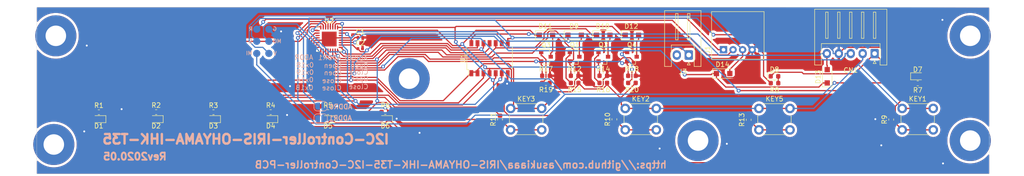
<source format=kicad_pcb>
(kicad_pcb (version 20221018) (generator pcbnew)
  (layers (0 "F.Cu" signal) (31 "B.Cu" signal) (34 "B.Paste" user) (35 "F.Paste" user) (36 "B.SilkS" user "B.Silkscreen") (37 "F.SilkS" user "F.Silkscreen") (38 "B.Mask" user) (39 "F.Mask" user) (44 "Edge.Cuts" user))
  (net 0 "")
  (net 1 "GND")
  (net 2 "Net-(C1-Pad1)")
  (net 3 "/D2")
  (net 4 "/D4")
  (net 5 "/CLK")
  (net 6 "+5V")
  (net 7 "Net-(D1-Pad2)")
  (net 8 "Net-(D2-Pad2)")
  (net 9 "Net-(D3-Pad2)")
  (net 10 "Net-(D4-Pad2)")
  (net 11 "Net-(D5-Pad2)")
  (net 12 "Net-(D6-Pad2)")
  (net 13 "Net-(D7-Pad2)")
  (net 14 "Net-(D8-Pad2)")
  (net 15 "Net-(D9-Pad2)")
  (net 16 "/A0")
  (net 17 "Net-(D10-Pad2)")
  (net 18 "/D10")
  (net 19 "Net-(D11-Pad2)")
  (net 20 "/A1")
  (net 21 "Net-(D12-Pad2)")
  (net 22 "/A2")
  (net 23 "/GROVE_5V")
  (net 24 "/SDA")
  (net 25 "/SCL")
  (net 26 "/D12")
  (net 27 "/D13")
  (net 28 "/D11")
  (net 29 "/RST")
  (net 30 "Net-(KEY1-Pad2)")
  (net 31 "Net-(KEY2-Pad2)")
  (net 32 "Net-(KEY3-Pad2)")
  (net 33 "Net-(KEY5-Pad2)")
  (net 34 "/D8")
  (net 35 "Net-(Q1-Pad1)")
  (net 36 "/D6")
  (net 37 "Net-(Q2-Pad1)")
  (net 38 "/D7")
  (net 39 "Net-(Q3-Pad1)")
  (net 40 "/D5")
  (net 41 "Net-(Q4-Pad1)")
  (net 42 "/A3")
  (net 43 "Net-(U1-Pad9)")
  (net 44 "/A6")
  (net 45 "Net-(U2-Pad13)")
  (net 46 "Net-(U2-Pad8)")
  (net 47 "Net-(U2-Pad7)")
  (net 48 "Net-(U2-Pad6)")
  (net 49 "Net-(U2-Pad3)")
  (net 50 "/Controller_5V")
  (net 51 "Net-(J3-Pad2)")
  (net 52 "/ADDR0")
  (net 53 "/ADDR1")
  (net 54 "Net-(U2-Pad22)")
  (footprint "Connector_JST:JST_XH_S2B-XH-A_1x02_P2.50mm_Horizontal" (layer "F.Cu") (at 158.55 60.025 180)
    (fp_text reference "J3")
    (fp_text value "thermistor")
  )
  (footprint "Capacitor_SMD:C_0402_1005Metric" (layer "F.Cu") (at 89.765 56.35)
    (fp_text reference "C1")
    (fp_text value "0.1uf")
  )
  (footprint "Capacitor_SMD:C_0402_1005Metric" (layer "F.Cu") (at 89.74 58.7)
    (fp_text reference "C2")
    (fp_text value "0.1uf")
  )
  (footprint "Connector_JST:JST_XH_S5B-XH-A_1x05_P2.50mm_Horizontal" (layer "F.Cu") (at 197.475 59.725 180)
    (fp_text reference "CN1")
    (fp_text value "Conn_01x05")
  )
  (footprint "LED_SMD:LED_0603_1608Metric" (layer "F.Cu") (at 35 73.5 180)
    (fp_text reference "D1")
    (fp_text value "Level1")
  )
  (footprint "LED_SMD:LED_0603_1608Metric" (layer "F.Cu") (at 47 73.5 180)
    (fp_text reference "D2")
    (fp_text value "Level2")
  )
  (footprint "LED_SMD:LED_0603_1608Metric" (layer "F.Cu") (at 59 73.5 180)
    (fp_text reference "D3")
    (fp_text value "Level3")
  )
  (footprint "LED_SMD:LED_0603_1608Metric" (layer "F.Cu") (at 71 73.5 180)
    (fp_text reference "D4")
    (fp_text value "Level4")
  )
  (footprint "LED_SMD:LED_0603_1608Metric" (layer "F.Cu") (at 83 73.5 180)
    (fp_text reference "D5")
    (fp_text value "Level5")
  )
  (footprint "LED_SMD:LED_0603_1608Metric" (layer "F.Cu") (at 95 73.5 180)
    (fp_text reference "D6")
    (fp_text value "Level6")
  )
  (footprint "LED_SMD:LED_0603_1608Metric" (layer "F.Cu") (at 206.5 64.5)
    (fp_text reference "D7")
    (fp_text value "NomalState")
  )
  (footprint "LED_SMD:LED_0603_1608Metric" (layer "F.Cu") (at 176.5 64.5)
    (fp_text reference "D8")
    (fp_text value "OilState")
  )
  (footprint "Diode_SMD:D_SOD-123F" (layer "F.Cu") (at 134.648 55.891)
    (fp_text reference "D9")
    (fp_text value "D")
  )
  (footprint "Diode_SMD:D_SOD-123F" (layer "F.Cu") (at 140.648 55.891)
    (fp_text reference "D10")
    (fp_text value "D")
  )
  (footprint "Diode_SMD:D_SOD-123F" (layer "F.Cu") (at 128.648 55.891)
    (fp_text reference "D11")
    (fp_text value "D")
  )
  (footprint "Diode_SMD:D_SOD-123F" (layer "F.Cu") (at 146.648 55.891)
    (fp_text reference "D12")
    (fp_text value "D")
  )
  (footprint "Diode_SMD:D_SOD-123F" (layer "F.Cu") (at 187.55 64.5 90)
    (fp_text reference "D13")
    (fp_text value "D")
  )
  (footprint "Diode_SMD:D_SOD-123F" (layer "F.Cu") (at 165.75 63.925)
    (fp_text reference "D14")
    (fp_text value "D")
  )
  (footprint "my-kicad-footprints:NS-Tech_Grove_1x04_P2mm_Horizontal" (layer "F.Cu") (at 168.825 58.925 90)
    (fp_text reference "J1")
    (fp_text value "Grove")
  )
  (footprint "footprints:SW_PUSH_6mm_center_like_smd" (layer "F.Cu") (at 206.5 73.5)
    (fp_text reference "KEY1")
    (fp_text value "normal_power")
  )
  (footprint "footprints:SW_PUSH_6mm_center_like_smd" (layer "F.Cu") (at 148.5 73.5)
    (fp_text reference "KEY2")
    (fp_text value "power_up")
  )
  (footprint "footprints:SW_PUSH_6mm_center_like_smd" (layer "F.Cu") (at 124.5 73.5)
    (fp_text reference "KEY3")
    (fp_text value "power_down")
  )
  (footprint "footprints:SW_PUSH_6mm_center_like_smd" (layer "F.Cu") (at 176.5 73.5)
    (fp_text reference "KEY5")
    (fp_text value "oil_power")
  )
  (footprint "Package_TO_SOT_SMD:SOT-23" (layer "F.Cu") (at 134.648 60.391)
    (fp_text reference "Q1")
    (fp_text value "Q_NMOS_DGS")
  )
  (footprint "Package_TO_SOT_SMD:SOT-23" (layer "F.Cu") (at 140.648 60.391)
    (fp_text reference "Q2")
    (fp_text value "Q_NMOS_DGS")
  )
  (footprint "Package_TO_SOT_SMD:SOT-23" (layer "F.Cu") (at 128.648 60.391)
    (fp_text reference "Q3")
    (fp_text value "Q_NMOS_DGS")
  )
  (footprint "Package_TO_SOT_SMD:SOT-23" (layer "F.Cu") (at 146.648 60.391)
    (fp_text reference "Q4")
    (fp_text value "Q_NMOS_DGS")
  )
  (footprint "Resistor_SMD:R_0603_1608Metric" (layer "F.Cu") (at 35.0125 72.05)
    (fp_text reference "R1")
    (fp_text value "1k")
  )
  (footprint "Resistor_SMD:R_0603_1608Metric" (layer "F.Cu") (at 47.0125 72.025)
    (fp_text reference "R2")
    (fp_text value "1k")
  )
  (footprint "Resistor_SMD:R_0603_1608Metric" (layer "F.Cu") (at 59.0125 72.05)
    (fp_text reference "R3")
    (fp_text value "1k")
  )
  (footprint "Resistor_SMD:R_0603_1608Metric" (layer "F.Cu") (at 71 72.025)
    (fp_text reference "R4")
    (fp_text value "1k")
  )
  (footprint "Resistor_SMD:R_0603_1608Metric" (layer "F.Cu") (at 83.0125 72.025)
    (fp_text reference "R5")
    (fp_text value "1k")
  )
  (footprint "Resistor_SMD:R_0603_1608Metric" (layer "F.Cu") (at 95 72)
    (fp_text reference "R6")
    (fp_text value "1k")
  )
  (footprint "Resistor_SMD:R_0603_1608Metric" (layer "F.Cu") (at 206.512 65.975 180)
    (fp_text reference "R7")
    (fp_text value "1k")
  )
  (footprint "Resistor_SMD:R_0603_1608Metric" (layer "F.Cu") (at 176.512 65.95 180)
    (fp_text reference "R8")
    (fp_text value "1k")
  )
  (footprint "Resistor_SMD:R_0603_1608Metric" (layer "F.Cu") (at 200.95 73.5875 90)
    (fp_text reference "R9")
    (fp_text value "2k")
  )
  (footprint "Resistor_SMD:R_0603_1608Metric" (layer "F.Cu") (at 142.975 73.5375 90)
    (fp_text reference "R10")
    (fp_text value "2k")
  )
  (footprint "Resistor_SMD:R_0603_1608Metric" (layer "F.Cu") (at 119.025 73.5625 90)
    (fp_text reference "R11")
    (fp_text value "2k")
  )
  (footprint "Resistor_SMD:R_0603_1608Metric" (layer "F.Cu") (at 134.648 64.391)
    (fp_text reference "R12")
    (fp_text value "1k")
  )
  (footprint "Resistor_SMD:R_0603_1608Metric" (layer "F.Cu") (at 171.1 73.6375 90)
    (fp_text reference "R13")
    (fp_text value "2k")
  )
  (footprint "Resistor_SMD:R_0603_1608Metric" (layer "F.Cu") (at 140.648 64.391)
    (fp_text reference "R14")
    (fp_text value "1k")
  )
  (footprint "Resistor_SMD:R_0603_1608Metric" (layer "F.Cu") (at 134.648 65.891 180)
    (fp_text reference "R15")
    (fp_text value "1k")
  )
  (footprint "Resistor_SMD:R_0603_1608Metric" (layer "F.Cu") (at 140.648 65.891 180)
    (fp_text reference "R16")
    (fp_text value "1k")
  )
  (footprint "Resistor_SMD:R_0603_1608Metric" (layer "F.Cu") (at 128.648 64.391)
    (fp_text reference "R17")
    (fp_text value "1k")
  )
  (footprint "Resistor_SMD:R_0603_1608Metric" (layer "F.Cu") (at 146.648 64.391)
    (fp_text reference "R18")
    (fp_text value "1k")
  )
  (footprint "Resistor_SMD:R_0603_1608Metric" (layer "F.Cu") (at 128.648 65.891 180)
    (fp_text reference "R19")
    (fp_text value "1k")
  )
  (footprint "Resistor_SMD:R_0603_1608Metric" (layer "F.Cu") (at 146.648 65.891 180)
    (fp_text reference "R20")
    (fp_text value "1k")
  )
  (footprint "footprints:SOP-14_4.4x9.2mm_P1.27mm" (layer "F.Cu") (at 116.84 60.706 90)
    (fp_text reference "U1")
    (fp_text value "74HC164")
  )
  (footprint "Package_DFN_QFN:QFN-32-1EP_5x5mm_P0.5mm_EP3.1x3.1mm" (layer "F.Cu") (at 83.25 56.675)
    (fp_text reference "U2")
    (fp_text value "ATmega328P-MU")
  )
  (footprint "MountingHole:MountingHole_4.3mm_M4_Pad" (layer "F.Cu") (at 26 56)
    (fp_text reference "REF1" hide)
    (fp_text value "MountingHole_4.3mm_M4_Pad")
  )
  (footprint "MountingHole:MountingHole_4.3mm_M4_Pad" (layer "F.Cu") (at 100 65)
    (fp_text reference "REF6" hide)
    (fp_text value "MountingHole_4.3mm_M4_Pad")
  )
  (footprint "MountingHole:MountingHole_4.3mm_M4_Pad" (layer "F.Cu") (at 160.5 78)
    (fp_text reference "REF5" hide)
    (fp_text value "MountingHole_4.3mm_M4_Pad")
  )
  (footprint "MountingHole:MountingHole_4.3mm_M4_Pad" (layer "F.Cu") (at 217.5 78)
    (fp_text reference "REF4" hide)
    (fp_text value "MountingHole_4.3mm_M4_Pad")
  )
  (footprint "MountingHole:MountingHole_4.3mm_M4_Pad" (layer "F.Cu") (at 217.5 56)
    (fp_text reference "REF3" hide)
    (fp_text value "MountingHole_4.3mm_M4_Pad")
  )
  (footprint "MountingHole:MountingHole_4.3mm_M4_Pad" (layer "F.Cu") (at 25.575 78.825)
    (fp_text reference "REF2" hide)
    (fp_text value "MountingHole_4.3mm_M4_Pad")
  )
  (footprint "my-kicad-footprints:2x03_P2.54mm_Pads" (layer "B.Cu") (at 69.342 57.15)
    (fp_text reference "J2" hide)
    (fp_text value "Conn_01x06")
  )
  (footprint "Jumper:SolderJumper-2_P1.3mm_Open_RoundedPad1.0x1.5mm" (layer "B.Cu") (at 81.457 70.773)
    (fp_text reference "JP1" hide)
    (fp_text value "ADDR0_NO")
  )
  (footprint "Jumper:SolderJumper-2_P1.3mm_Open_RoundedPad1.0x1.5mm" (layer "B.Cu") (at 81.457 73.398)
    (fp_text reference "JP2" hide)
    (fp_text value "ADDR1_NO")
  )
  (gr_line (start 22 50) (end 22 85) (stroke (width 0.05)) (layer "Edge.Cuts"))
  (gr_line (start 221.5 85) (end 221.5 50) (stroke (width 0.05)) (layer "Edge.Cuts"))
  (gr_line (start 22 85) (end 221.5 85) (stroke (width 0.05)) (layer "Edge.Cuts"))
  (gr_line (start 221.5 50) (end 22 50) (stroke (width 0.05)) (layer "Edge.Cuts"))
  (gr_text "ADDR0" (at 85.657 70.898) (layer "B.SilkS") (effects (font (size 1 1) (thickness 0.2)) (justify mirror)))
  (gr_text "ADDR" (at 77.959 60.536) (layer "B.SilkS") (effects (font (size 1 1)) (justify mirror)))
  (gr_text "Open" (at 84.009 63.761) (layer "B.SilkS") (effects (font (size 1 1)) (justify mirror)))
  (gr_text "0x19" (at 78.184 63.661) (layer "B.SilkS") (effects (font (size 1 1)) (justify mirror)))
  (gr_text "0x1B" (at 78.059 66.886) (layer "B.SilkS") (effects (font (size 1 1)) (justify mirror)))
  (gr_text "Open" (at 89.597 65.024) (layer "B.SilkS") (effects (font (size 1 1)) (justify mirror)))
  (gr_text "Close" (at 89.397 66.681) (layer "B.SilkS") (effects (font (size 1 1)) (justify mirror)))
  (gr_text "ADDR1" (at 85.582 73.273) (layer "B.SilkS") (effects (font (size 1 1) (thickness 0.2)) (justify mirror)))
  (gr_text "ADDR0" (at 88.9 60.706) (layer "B.SilkS") (effects (font (size 1 1)) (justify mirror)))
  (gr_text "Close" (at 83.809 65.411) (layer "B.SilkS") (effects (font (size 1 1)) (justify mirror)))
  (gr_text "Open" (at 84.009 62.236) (layer "B.SilkS") (effects (font (size 1 1)) (justify mirror)))
  (gr_text "0x1A" (at 78.184 65.236) (layer "B.SilkS") (effects (font (size 1 1)) (justify mirror)))
  (gr_text "I2C-Controller-IRIS-OHYAMA-IHK-T35" (at 65.775 77.725) (layer "B.SilkS") (effects (font (size 2 2) (thickness 0.5)) (justify mirror)))
  (gr_text "ADDR1" (at 83.334 60.586) (layer "B.SilkS") (effects (font (size 1 1)) (justify mirror)))
  (gr_text "Close" (at 89.397 63.633) (layer "B.SilkS") (effects (font (size 1 1)) (justify mirror)))
  (gr_text "Rev2020.05" (at 42.55 81.35) (layer "B.SilkS") (effects (font (size 1.5 1.5) (thickness 0.375)) (justify mirror)))
  (gr_text "https://github.com/asukiaaa/IRIS-OHYAMA-IHK-T35-I2C-Controller-PCB" (at 110.8 83.075) (layer "B.SilkS") (effects (font (size 1.5 1.5) (thickness 0.3)) (justify mirror)))
  (gr_text "Open" (at 89.597 62.237) (layer "B.SilkS") (effects (font (size 1 1)) (justify mirror)))
  (gr_text "Close" (at 83.784 66.936) (layer "B.SilkS") (effects (font (size 1 1)) (justify mirror)))
  (gr_text "0x18" (at 78.184 62.136) (layer "B.SilkS") (effects (font (size 1 1)) (justify mirror)))
  (segment (start 152.45 79.675) (end 105.475 79.675) (width 0.25) (layer "F.Cu") (net 1))
  (segment (start 137.2157 65.7896) (end 137.8526 65.7896) (width 0.25) (layer "F.Cu") (net 1))
  (segment (start 167.9024 64.8004) (end 166.4653 64.8004) (width 0.25) (layer "F.Cu") (net 1))
  (segment (start 205.90001 58.42499) (end 211.675 52.65) (width 0.25) (layer "F.Cu") (net 1))
  (segment (start 171.825 60.8778) (end 167.9024 64.8004) (width 0.25) (layer "F.Cu") (net 1))
  (segment (start 165.1046 63.0496) (end 147.4355 63.0496) (width 0.25) (layer "F.Cu") (net 1))
  (segment (start 120.645 63.856) (end 120.645 64.8313) (width 0.25) (layer "F.Cu") (net 1))
  (segment (start 166.2746 64.6097) (end 166.2746 64.2196) (width 0.25) (layer "F.Cu") (net 1))
  (segment (start 35.45 55.075) (end 32.475 58.05) (width 0.25) (layer "F.Cu") (net 1))
  (segment (start 76.3 70.75) (end 74.425 72.625) (width 0.25) (layer "F.Cu") (net 1))
  (segment (start 141.4355 63.866) (end 144.6892 60.6123) (width 0.25) (layer "F.Cu") (net 1))
  (segment (start 134.3606 66.7112) (end 130.7456 66.7112) (width 0.25) (layer "F.Cu") (net 1))
  (segment (start 84.9 70.75) (end 76.3 70.75) (width 0.25) (layer "F.Cu") (net 1))
  (segment (start 102.175 76.375) (end 100.35 76.375) (width 0.25) (layer "F.Cu") (net 1))
  (segment (start 166.2746 64.2196) (end 165.1046 63.0496) (width 0.25) (layer "F.Cu") (net 1))
  (segment (start 90.25 56.35) (end 90.25 58.675) (width 0.25) (layer "F.Cu") (net 1))
  (segment (start 120.5038 64.9725) (end 120.645 64.8313) (width 0.25) (layer "F.Cu") (net 1))
  (segment (start 135.4246 64.6354) (end 134.648 65.412) (width 0.25) (layer "F.Cu") (net 1))
  (segment (start 83.5 56.425) (end 83.25 56.675) (width 0.25) (layer "F.Cu") (net 1))
  (segment (start 135.4245 64.402) (end 135.4245 64.6354) (width 0.25) (layer "F.Cu") (net 1))
  (segment (start 80.0494 57.1872) (end 80.0494 58.648) (width 0.25) (layer "F.Cu") (net 1))
  (segment (start 134.648 65.412) (end 134.648 66.4238) (width 0.25) (layer "F.Cu") (net 1))
  (segment (start 89.6174 55.6985) (end 88.6793 55.6985) (width 0.25) (layer "F.Cu") (net 1))
  (segment (start 79.1 66.4) (end 75.225 66.4) (width 0.25) (layer "F.Cu") (net 1))
  (segment (start 189.975 59.725) (end 191.27501 58.42499) (width 0.25) (layer "F.Cu") (net 1))
  (segment (start 90.25 58.675) (end 90.225 58.7) (width 0.25) (layer "F.Cu") (net 1))
  (segment (start 105.475 79.675) (end 102.175 76.375) (width 0.25) (layer "F.Cu") (net 1))
  (segment (start 80.0494 58.648) (end 80.5543 59.1529) (width 0.25) (layer "F.Cu") (net 1))
  (segment (start 140.3115 66.7055) (end 140.648 66.369) (width 0.25) (layer "F.Cu") (net 1))
  (segment (start 197.625 73.5) (end 192.45 78.675) (width 0.25) (layer "F.Cu") (net 1))
  (segment (start 83.25 56.675) (end 83 56.925) (width 0.25) (layer "F.Cu") (net 1))
  (segment (start 141.4355 64.391) (end 141.4355 63.866) (width 0.25) (layer "F.Cu") (net 1))
  (segment (start 137.8526 65.7896) (end 138.7685 66.7055) (width 0.25) (layer "F.Cu") (net 1))
  (segment (start 144.6892 60.6123) (end 146.2483 60.6123) (width 0.25) (layer "F.Cu") (net 1))
  (segment (start 80.5543 59.1529) (end 80.6845 59.1529) (width 0.25) (layer "F.Cu") (net 1))
  (segment (start 171.825 58.925) (end 171.825 60.8778) (width 0.25) (layer "F.Cu") (net 1))
  (segment (start 130.7456 66.7112) (end 130.7456 65.7011) (width 0.25) (layer "F.Cu") (net 1))
  (segment (start 136.7655 65.3394) (end 137.2157 65.7896) (width 0.25) (layer "F.Cu") (net 1))
  (segment (start 135.4245 64.6354) (end 135.4246 64.6354) (width 0.25) (layer "F.Cu") (net 1))
  (segment (start 83 56.925) (end 80.8125 56.925) (width 0.25) (layer "F.Cu") (net 1))
  (segment (start 130.4668 66.99) (end 130.7456 66.7112) (width 0.25) (layer "F.Cu") (net 1))
  (segment (start 138.7685 66.7055) (end 140.3115 66.7055) (width 0.25) (layer "F.Cu") (net 1))
  (segment (start 192.45 78.675) (end 166.525 78.675) (width 0.25) (layer "F.Cu") (net 1))
  (segment (start 211.8 82.8) (end 208 79) (width 0.25) (layer "F.Cu") (net 1))
  (segment (start 88.6793 55.6985) (end 87.9528 56.425) (width 0.25) (layer "F.Cu") (net 1))
  (segment (start 80.3116 56.925) (end 80.0494 57.1872) (width 0.25) (layer "F.Cu") (net 1))
  (segment (start 140.648 65.1785) (end 141.4355 64.391) (width 0.25) (layer "F.Cu") (net 1))
  (segment (start 120.5038 66.0576) (end 120.5038 64.9725) (width 0.25) (layer "F.Cu") (net 1))
  (segment (start 166.4653 64.8004) (end 166.2746 64.6097) (width 0.25) (layer "F.Cu") (net 1))
  (segment (start 146.2483 60.6123) (end 147.4355 61.7995) (width 0.25) (layer "F.Cu") (net 1))
  (segment (start 90.25 56.3311) (end 89.6174 55.6985) (width 0.25) (layer "F.Cu") (net 1))
  (segment (start 87.9528 56.425) (end 85.6875 56.425) (width 0.25) (layer "F.Cu") (net 1))
  (segment (start 130.7456 65.7011) (end 129.4355 64.391) (width 0.25) (layer "F.Cu") (net 1))
  (segment (start 75.225 66.4) (end 75.05 66.575) (width 0.25) (layer "F.Cu") (net 1))
  (segment (start 134.648 66.4238) (end 134.3606 66.7112) (width 0.25) (layer "F.Cu") (net 1))
  (segment (start 135.4246 64.6354) (end 136.1285 65.3394) (width 0.25) (layer "F.Cu") (net 1))
  (segment (start 147.4355 61.7995) (end 147.4355 63.0496) (width 0.25) (layer "F.Cu") (net 1))
  (segment (start 100.35 76.375) (end 97.375 73.4) (width 0.25) (layer "F.Cu") (net 1))
  (segment (start 73.175 55.075) (end 35.45 55.075) (width 0.25) (layer "F.Cu") (net 1))
  (segment (start 85.6875 56.425) (end 83.5 56.425) (width 0.25) (layer "F.Cu") (net 1))
  (segment (start 80.8125 56.925) (end 80.3116 56.925) (width 0.25) (layer "F.Cu") (net 1))
  (segment (start 90.25 56.35) (end 90.25 56.3311) (width 0.25) (layer "F.Cu") (net 1))
  (segment (start 208 79) (end 198.875 79) (width 0.25) (layer "F.Cu") (net 1))
  (segment (start 130.122 66.99) (end 130.4668 66.99) (width 0.25) (layer "F.Cu") (net 1))
  (segment (start 135.4355 64.391) (end 135.4245 64.402) (width 0.25) (layer "F.Cu") (net 1))
  (segment (start 140.648 66.369) (end 140.648 65.1785) (width 0.25) (layer "F.Cu") (net 1))
  (segment (start 136.1285 65.3394) (end 136.7655 65.3394) (width 0.25) (layer "F.Cu") (net 1))
  (segment (start 147.4355 63.0496) (end 147.4355 64.391) (width 0.25) (layer "F.Cu") (net 1))
  (segment (start 191.27501 58.42499) (end 205.90001 58.42499) (width 0.25) (layer "F.Cu") (net 1))
  (via (at 102.175 76.375) (size 0.8) (drill 0.4) (layers "F.Cu" "B.Cu") (net 1))
  (via (at 75.05 66.575) (size 0.8) (drill 0.4) (layers "F.Cu" "B.Cu") (net 1))
  (via (at 120.5038 66.0576) (size 0.8) (drill 0.4) (layers "F.Cu" "B.Cu") (net 1))
  (via (at 84.9 70.75) (size 0.8) (drill 0.4) (layers "F.Cu" "B.Cu") (net 1))
  (via (at 79.1 66.4) (size 0.8) (drill 0.4) (layers "F.Cu" "B.Cu") (net 1))
  (via (at 31.95 76.075) (size 0.8) (drill 0.4) (layers "F.Cu" "B.Cu") (net 1))
  (via (at 39.775 71.4) (size 0.8) (drill 0.4) (layers "F.Cu" "B.Cu") (net 1))
  (via (at 198.875 79) (size 0.8) (drill 0.4) (layers "F.Cu" "B.Cu") (net 1))
  (via (at 130.122 66.99) (size 0.8) (drill 0.4) (layers "F.Cu" "B.Cu") (net 1))
  (via (at 166.525 78.675) (size 0.8) (drill 0.4) (layers "F.Cu" "B.Cu") (net 1))
  (via (at 97.375 73.4) (size 0.8) (drill 0.4) (layers "F.Cu" "B.Cu") (net 1))
  (via (at 73.175 55.075) (size 0.8) (drill 0.4) (layers "F.Cu" "B.Cu") (net 1))
  (via (at 74.425 72.625) (size 0.8) (drill 0.4) (layers "F.Cu" "B.Cu") (net 1))
  (via (at 32.475 58.05) (size 0.8) (drill 0.4) (layers "F.Cu" "B.Cu") (net 1))
  (via (at 211.675 52.65) (size 0.8) (drill 0.4) (layers "F.Cu" "B.Cu") (net 1))
  (via (at 211.8 82.8) (size 0.8) (drill 0.4) (layers "F.Cu" "B.Cu") (net 1))
  (via (at 80.6845 59.1529) (size 0.8) (drill 0.4) (layers "F.Cu" "B.Cu") (net 1))
  (via (at 152.45 79.675) (size 0.8) (drill 0.4) (layers "F.Cu" "B.Cu") (net 1))
  (via (at 197.625 73.5) (size 0.8) (drill 0.4) (layers "F.Cu" "B.Cu") (net 1))
  (segment (start 97.375 73.4) (end 87.55 73.4) (width 0.25) (layer "B.Cu") (net 1))
  (segment (start 211.675 82.675) (end 211.8 82.8) (width 0.25) (layer "B.Cu") (net 1))
  (segment (start 83.3546 72.1504) (end 82.107 73.398) (width 0.25) (layer "B.Cu") (net 1))
  (segment (start 82.107 70.9028) (end 83.3546 72.1504) (width 0.25) (layer "B.Cu") (net 1))
  (segment (start 82.107 70.773) (end 82.107 60.5754) (width 0.25) (layer "B.Cu") (net 1))
  (segment (start 35.1 76.075) (end 39.775 71.4) (width 0.25) (layer "B.Cu") (net 1))
  (segment (start 87.55 73.4) (end 84.9 70.75) (width 0.25) (layer "B.Cu") (net 1))
  (segment (start 76.7999 54.61) (end 80.6845 58.4946) (width 0.25) (layer "B.Cu") (net 1))
  (segment (start 82.107 60.5754) (end 80.6845 59.1529) (width 0.25) (layer "B.Cu") (net 1))
  (segment (start 187.9999 58.411) (end 188.7997 59.2108) (width 0.25) (layer "B.Cu") (net 1))
  (segment (start 83.3546 72.1504) (end 114.411 72.1504) (width 0.25) (layer "B.Cu") (net 1))
  (segment (start 31.95 76.075) (end 35.1 76.075) (width 0.25) (layer "B.Cu") (net 1))
  (segment (start 166.525 81.425) (end 164.4 83.55) (width 0.25) (layer "B.Cu") (net 1))
  (segment (start 166.525 78.675) (end 166.525 81.425) (width 0.25) (layer "B.Cu") (net 1))
  (segment (start 189.975 59.725) (end 188.7997 59.725) (width 0.25) (layer "B.Cu") (net 1))
  (segment (start 70.612 54.61) (end 76.7999 54.61) (width 0.25) (layer "B.Cu") (net 1))
  (segment (start 156.325 83.55) (end 152.45 79.675) (width 0.25) (layer "B.Cu") (net 1))
  (segment (start 164.4 83.55) (end 156.325 83.55) (width 0.25) (layer "B.Cu") (net 1))
  (segment (start 171.825 58.925) (end 172.339 58.411) (width 0.25) (layer "B.Cu") (net 1))
  (segment (start 32.475 58.05) (end 31.95 58.575) (width 0.25) (layer "B.Cu") (net 1))
  (segment (start 198.875 79) (end 198.875 74.75) (width 0.25) (layer "B.Cu") (net 1))
  (segment (start 80.6845 58.4946) (end 80.6845 59.1529) (width 0.25) (layer "B.Cu") (net 1))
  (segment (start 75.05 66.575) (end 73.175 64.7) (width 0.25) (layer "B.Cu") (net 1))
  (segment (start 80.6845 59.1529) (end 80.6845 64.8155) (width 0.25) (layer "B.Cu") (net 1))
  (segment (start 73.175 64.7) (end 73.175 55.075) (width 0.25) (layer "B.Cu") (net 1))
  (segment (start 198.875 74.75) (end 197.625 73.5) (width 0.25) (layer "B.Cu") (net 1))
  (segment (start 121.4362 66.99) (end 130.122 66.99) (width 0.25) (layer "B.Cu") (net 1))
  (segment (start 172.339 58.411) (end 187.9999 58.411) (width 0.25) (layer "B.Cu") (net 1))
  (segment (start 188.7997 59.2108) (end 188.7997 59.725) (width 0.25) (layer "B.Cu") (net 1))
  (segment (start 31.95 58.575) (end 31.95 76.075) (width 0.25) (layer "B.Cu") (net 1))
  (segment (start 82.107 70.773) (end 82.107 70.9028) (width 0.25) (layer "B.Cu") (net 1))
  (segment (start 211.675 52.65) (end 211.675 82.675) (width 0.25) (layer "B.Cu") (net 1))
  (segment (start 114.411 72.1504) (end 120.5038 66.0576) (width 0.25) (layer "B.Cu") (net 1))
  (segment (start 120.5038 66.0576) (end 121.4362 66.99) (width 0.25) (layer "B.Cu") (net 1))
  (segment (start 80.6845 64.8155) (end 79.1 66.4) (width 0.25) (layer "B.Cu") (net 1))
  (segment (start 88.6647 56.35) (end 88.0897 56.925) (width 0.25) (layer "F.Cu") (net 2))
  (segment (start 88.0897 56.925) (end 85.6875 56.925) (width 0.25) (layer "F.Cu") (net 2))
  (segment (start 89.28 56.35) (end 88.6647 56.35) (width 0.25) (layer "F.Cu") (net 2))
  (segment (start 72.5907 74.3032) (end 82.9843 74.3032) (width 0.25) (layer "F.Cu") (net 3))
  (segment (start 59.7875 73.5) (end 60.5901 74.3026) (width 0.25) (layer "F.Cu") (net 3))
  (segment (start 82.9843 74.3032) (end 83.7875 73.5) (width 0.25) (layer "F.Cu") (net 3))
  (segment (start 35.0125 71.5781) (end 35.0125 72.725) (width 0.25) (layer "F.Cu") (net 3))
  (segment (start 70.9849 74.3026) (end 71.7875 73.5) (width 0.25) (layer "F.Cu") (net 3))
  (segment (start 81.5 54.2375) (end 81.3439 54.0814) (width 0.25) (layer "F.Cu") (net 3))
  (segment (start 78.6318 54.8758) (end 78.6318 55.5178) (width 0.25) (layer "F.Cu") (net 3))
  (segment (start 84.5886 74.3011) (end 94.9864 74.3011) (width 0.25) (layer "F.Cu") (net 3))
  (segment (start 201.8083 73.2392) (end 201.8083 70.8044) (width 0.25) (layer "F.Cu") (net 3))
  (segment (start 48.5887 74.3012) (end 58.9863 74.3012) (width 0.25) (layer "F.Cu") (net 3))
  (segment (start 83.7875 73.5) (end 84.5886 74.3011) (width 0.25) (layer "F.Cu") (net 3))
  (segment (start 206.512 66.5271) (end 206.512 65.2995) (width 0.25) (layer "F.Cu") (net 3))
  (segment (start 206.512 65.2995) (end 205.7125 64.5) (width 0.25) (layer "F.Cu") (net 3))
  (segment (start 201.8083 70.8044) (end 203.8208 68.7919) (width 0.25) (layer "F.Cu") (net 3))
  (segment (start 197.475 59.725) (end 202.25 64.5) (width 0.25) (layer "F.Cu") (net 3))
  (segment (start 200.3978 73.5876) (end 201.4599 73.5876) (width 0.25) (layer "F.Cu") (net 3))
  (segment (start 204.2472 68.7919) (end 206.512 66.5271) (width 0.25) (layer "F.Cu") (net 3))
  (segment (start 94.9864 74.3011) (end 95.7875 73.5) (width 0.25) (layer "F.Cu") (net 3))
  (segment (start 197.475 59.725) (end 193.2246 63.9754) (width 0.25) (layer "F.Cu") (net 3))
  (segment (start 47.7875 73.5) (end 48.5887 74.3012) (width 0.25) (layer "F.Cu") (net 3))
  (segment (start 60.5901 74.3026) (end 70.9849 74.3026) (width 0.25) (layer "F.Cu") (net 3))
  (segment (start 95.7875 73.5) (end 104.9189 82.6314) (width 0.25) (layer "F.Cu") (net 3))
  (segment (start 182.5671 63.9754) (end 182.2483 63.6566) (width 0.25) (layer "F.Cu") (net 3))
  (segment (start 104.9189 82.6314) (end 191.354 82.6314) (width 0.25) (layer "F.Cu") (net 3))
  (segment (start 193.2246 63.9754) (end 182.5671 63.9754) (width 0.25) (layer "F.Cu") (net 3))
  (segment (start 78.6318 55.5178) (end 76.9873 57.1623) (width 0.25) (layer "F.Cu") (net 3))
  (segment (start 76.9873 57.1623) (end 49.4283 57.1623) (width 0.25) (layer "F.Cu") (net 3))
  (segment (start 182.2483 63.6566) (end 176.5559 63.6566) (width 0.25) (layer "F.Cu") (net 3))
  (segment (start 81.3439 54.0814) (end 79.4262 54.0814) (width 0.25) (layer "F.Cu") (net 3))
  (segment (start 201.4599 73.5876) (end 201.8083 73.2392) (width 0.25) (layer "F.Cu") (net 3))
  (segment (start 203.8208 68.7919) (end 204.2472 68.7919) (width 0.25) (layer "F.Cu") (net 3))
  (segment (start 49.4283 57.1623) (end 35.0125 71.5781) (width 0.25) (layer "F.Cu") (net 3))
  (segment (start 46.9863 74.3012) (end 47.7875 73.5) (width 0.25) (layer "F.Cu") (net 3))
  (segment (start 71.7875 73.5) (end 72.5907 74.3032) (width 0.25) (layer "F.Cu") (net 3))
  (segment (start 191.354 82.6314) (end 200.3978 73.5876) (width 0.25) (layer "F.Cu") (net 3))
  (segment (start 202.25 64.5) (end 205.7125 64.5) (width 0.25) (layer "F.Cu") (net 3))
  (segment (start 36.5887 74.3012) (end 46.9863 74.3012) (width 0.25) (layer "F.Cu") (net 3))
  (segment (start 176.5559 63.6566) (end 175.7125 64.5) (width 0.25) (layer "F.Cu") (net 3))
  (segment (start 35.7875 73.5) (end 36.5887 74.3012) (width 0.25) (layer "F.Cu") (net 3))
  (segment (start 79.4262 54.0814) (end 78.6318 54.8758) (width 0.25) (layer "F.Cu") (net 3))
  (segment (start 35.0125 72.725) (end 35.7875 73.5) (width 0.25) (layer "F.Cu") (net 3))
  (segment (start 58.9863 74.3012) (end 59.7875 73.5) (width 0.25) (layer "F.Cu") (net 3))
  (segment (start 121.8614 71.25) (end 121.8614 62.9128) (width 0.25) (layer "F.Cu") (net 4))
  (segment (start 114.305 63.856) (end 114.305 63.6121) (width 0.25) (layer "F.Cu") (net 4))
  (segment (start 88.2948 64.7207) (end 93.1795 64.7207) (width 0.25) (layer "F.Cu") (net 4))
  (segment (start 79.1202 56.6) (end 79.1202 59.3643) (width 0.25) (layer "F.Cu") (net 4))
  (segment (start 127.75 71.25) (end 129.8476 69.1524) (width 0.25) (layer "F.Cu") (net 4))
  (segment (start 80.8125 55.425) (end 80.2952 55.425) (width 0.25) (layer "F.Cu") (net 4))
  (segment (start 80.2952 55.425) (end 79.1202 56.6) (width 0.25) (layer "F.Cu") (net 4))
  (segment (start 151.75 71.25) (end 145.25 71.25) (width 0.25) (layer "F.Cu") (net 4))
  (segment (start 113.025 63.856) (end 113.025 63.734) (width 0.25) (layer "F.Cu") (net 4))
  (segment (start 140.515 67.1616) (end 141.4355 66.2411) (width 0.25) (layer "F.Cu") (net 4))
  (segment (start 84.3104 64.5545) (end 88.1286 64.5545) (width 0.25) (layer "F.Cu") (net 4))
  (segment (start 129.8476 67.7551) (end 129.3592 67.2667) (width 0.25) (layer "F.Cu") (net 4))
  (segment (start 120.8117 61.8631) (end 115.6062 61.8631) (width 0.25) (layer "F.Cu") (net 4))
  (segment (start 144.432 70.432) (end 145.25 71.25) (width 0.25) (layer "F.Cu") (net 4))
  (segment (start 133.9685 67.7551) (end 135.6341 66.0895) (width 0.25) (layer "F.Cu") (net 4))
  (segment (start 113.025 63.734) (end 113.025 63.6121) (width 0.25) (layer "F.Cu") (net 4))
  (segment (start 98.0841 69.6253) (end 107.1337 69.6253) (width 0.25) (layer "F.Cu") (net 4))
  (segment (start 93.1795 64.7207) (end 98.0841 69.6253) (width 0.25) (layer "F.Cu") (net 4))
  (segment (start 129.8476 69.1524) (end 129.8476 67.7551) (width 0.25) (layer "F.Cu") (net 4))
  (segment (start 121.8614 62.9128) (end 120.8117 61.8631) (width 0.25) (layer "F.Cu") (net 4))
  (segment (start 144.432 68.8945) (end 144.432 70.432) (width 0.25) (layer "F.Cu") (net 4))
  (segment (start 115.6062 61.8631) (end 114.305 63.1643) (width 0.25) (layer "F.Cu") (net 4))
  (segment (start 135.4355 65.891) (end 135.6341 66.0895) (width 0.25) (layer "F.Cu") (net 4))
  (segment (start 121.25 71.25) (end 121.8614 71.25) (width 0.25) (layer "F.Cu") (net 4))
  (segment (start 113.025 63.6121) (end 114.305 63.6121) (width 0.25) (layer "F.Cu") (net 4))
  (segment (start 107.1337 69.6253) (end 113.025 63.734) (width 0.25) (layer "F.Cu") (net 4))
  (segment (start 135.6341 66.0895) (end 136.7061 67.1616) (width 0.25) (layer "F.Cu") (net 4))
  (segment (start 203.25 71.25) (end 209.75 71.25) (width 0.25) (layer "F.Cu") (net 4))
  (segment (start 144.0889 68.8945) (end 144.432 68.8945) (width 0.25) (layer "F.Cu") (net 4))
  (segment (start 173.25 71.25) (end 179.75 71.25) (width 0.25) (layer "F.Cu") (net 4))
  (segment (start 88.1286 64.5545) (end 88.2948 64.7207) (width 0.25) (layer "F.Cu") (net 4))
  (segment (start 141.4355 66.2411) (end 141.4355 65.891) (width 0.25) (layer "F.Cu") (net 4))
  (segment (start 129.3592 67.2667) (end 129.3592 65.9673) (width 0.25) (layer "F.Cu") (net 4))
  (segment (start 129.3592 65.9673) (end 129.4355 65.891) (width 0.25) (layer "F.Cu") (net 4))
  (segment (start 136.7061 67.1616) (end 140.515 67.1616) (width 0.25) (layer "F.Cu") (net 4))
  (segment (start 121.8614 71.25) (end 127.75 71.25) (width 0.25) (layer "F.Cu") (net 4))
  (segment (start 114.305 63.1643) (end 114.305 63.6121) (width 0.25) (layer "F.Cu") (net 4))
  (segment (start 147.4355 65.891) (end 144.432 68.8945) (width 0.25) (layer "F.Cu") (net 4))
  (segment (start 79.1202 59.3643) (end 84.3104 64.5545) (width 0.25) (layer "F.Cu") (net 4))
  (segment (start 141.4355 66.2411) (end 144.0889 68.8945) (width 0.25) (layer "F.Cu") (net 4))
  (segment (start 129.8476 67.7551) (end 133.9685 67.7551) (width 0.25) (layer "F.Cu") (net 4))
  (segment (start 151.75 71.25) (end 173.25 71.25) (width 0.25) (layer "B.Cu") (net 4))
  (segment (start 194.0002 62.0001) (end 203.25 71.25) (width 0.25) (layer "B.Cu") (net 4))
  (segment (start 194.0002 62.0001) (end 194.975 61.0253) (width 0.25) (layer "B.Cu") (net 4))
  (segment (start 179.75 71.25) (end 184.7503 71.25) (width 0.25) (layer "B.Cu") (net 4))
  (segment (start 194.975 59.725) (end 194.975 61.0253) (width 0.25) (layer "B.Cu") (net 4))
  (segment (start 184.7503 71.25) (end 194.0002 62.0001) (width 0.25) (layer "B.Cu") (net 4))
  (segment (start 120.645 56.5807) (end 121.4376 56.5807) (width 0.25) (layer "F.Cu") (net 5))
  (segment (start 120.645 57.556) (end 120.645 56.5807) (width 0.25) (layer "F.Cu") (net 5))
  (segment (start 80.724 54.8365) (end 79.7744 54.8365) (width 0.25) (layer "F.Cu") (net 5))
  (segment (start 80.8125 54.925) (end 80.724 54.8365) (width 0.25) (layer "F.Cu") (net 5))
  (segment (start 121.4376 56.5807) (end 121.6345 56.3838) (width 0.25) (layer "F.Cu") (net 5))
  (via (at 79.7744 54.8365) (size 0.8) (drill 0.4) (layers "F.Cu" "B.Cu") (net 5))
  (via (at 121.6345 56.3838) (size 0.8) (drill 0.4) (layers "F.Cu" "B.Cu") (net 5))
  (segment (start 191.2997 59.725) (end 191.2997 60.2606) (width 0.25) (layer "B.Cu") (net 5))
  (segment (start 117.9855 52.7348) (end 121.6345 56.3838) (width 0.25) (layer "B.Cu") (net 5))
  (segment (start 192.475 59.725) (end 191.2997 59.725) (width 0.25) (layer "B.Cu") (net 5))
  (segment (start 190.5153 61.045) (end 163.5674 61.045) (width 0.25) (layer "B.Cu") (net 5))
  (segment (start 163.5674 61.045) (end 158.9062 56.3838) (width 0.25) (layer "B.Cu") (net 5))
  (segment (start 158.9062 56.3838) (end 121.6345 56.3838) (width 0.25) (layer "B.Cu") (net 5))
  (segment (start 191.2997 60.2606) (end 190.5153 61.045) (width 0.25) (layer "B.Cu") (net 5))
  (segment (start 79.7744 54.8365) (end 81.8761 52.7348) (width 0.25) (layer "B.Cu") (net 5))
  (segment (start 81.8761 52.7348) (end 117.9855 52.7348) (width 0.25) (layer "B.Cu") (net 5))
  (segment (start 187.55 62.2247) (end 187.475 62.1497) (width 0.25) (layer "F.Cu") (net 6))
  (segment (start 113.9829 55.6228) (end 125.0479 55.6228) (width 0.25) (layer "F.Cu") (net 6))
  (segment (start 113.025 56.5807) (end 113.9829 55.6228) (width 0.25) (layer "F.Cu") (net 6))
  (segment (start 187.475 59.725) (end 187.475 61.0253) (width 0.25) (layer "F.Cu") (net 6))
  (segment (start 187.475 62.1497) (end 187.475 61.0253) (width 0.25) (layer "F.Cu") (net 6))
  (segment (start 113.025 57.556) (end 113.025 56.5807) (width 0.25) (layer "F.Cu") (net 6))
  (segment (start 187.55 63.1) (end 187.55 62.2247) (width 0.25) (layer "F.Cu") (net 6))
  (via (at 125.0479 55.6228) (size 0.8) (drill 0.4) (layers "F.Cu" "B.Cu") (net 6))
  (segment (start 164.9452 60.0939) (end 160.4741 55.6228) (width 0.25) (layer "B.Cu") (net 6))
  (segment (start 185.9308 60.0939) (end 164.9452 60.0939) (width 0.25) (layer "B.Cu") (net 6))
  (segment (start 186.2997 59.725) (end 185.9308 60.0939) (width 0.25) (layer "B.Cu") (net 6))
  (segment (start 187.475 59.725) (end 186.2997 59.725) (width 0.25) (layer "B.Cu") (net 6))
  (segment (start 160.4741 55.6228) (end 125.0479 55.6228) (width 0.25) (layer "B.Cu") (net 6))
  (segment (start 34.225 73.4875) (end 34.225 72.05) (width 0.25) (layer "F.Cu") (net 7))
  (segment (start 34.2125 73.5) (end 34.225 73.4875) (width 0.25) (layer "F.Cu") (net 7))
  (segment (start 46.2125 73.5) (end 46.225 73.4875) (width 0.25) (layer "F.Cu") (net 8))
  (segment (start 46.225 73.4875) (end 46.225 72.025) (width 0.25) (layer "F.Cu") (net 8))
  (segment (start 58.2125 73.5) (end 58.225 73.4875) (width 0.25) (layer "F.Cu") (net 9))
  (segment (start 58.225 73.4875) (end 58.225 72.05) (width 0.25) (layer "F.Cu") (net 9))
  (segment (start 70.2125 73.5) (end 70.2125 72.025) (width 0.25) (layer "F.Cu") (net 10))
  (segment (start 82.2125 73.5) (end 82.225 73.4875) (width 0.25) (layer "F.Cu") (net 11))
  (segment (start 82.225 73.4875) (end 82.225 72.025) (width 0.25) (layer "F.Cu") (net 11))
  (segment (start 94.2125 73.5) (end 94.2125 72) (width 0.25) (layer "F.Cu") (net 12))
  (segment (start 207.2995 64.512) (end 207.2995 65.975) (width 0.25) (layer "F.Cu") (net 13))
  (segment (start 207.2875 64.5) (end 207.2995 64.512) (width 0.25) (layer "F.Cu") (net 13))
  (segment (start 177.2995 64.512) (end 177.2995 65.95) (width 0.25) (layer "F.Cu") (net 14))
  (segment (start 177.2875 64.5) (end 177.2995 64.512) (width 0.25) (layer "F.Cu") (net 14))
  (segment (start 136.048 55.891) (end 136.048 56.7663) (width 0.25) (layer "F.Cu") (net 15))
  (segment (start 135.648 60.391) (end 135.648 57.1663) (width 0.25) (layer "F.Cu") (net 15))
  (segment (start 135.648 57.1663) (end 136.048 56.7663) (width 0.25) (layer "F.Cu") (net 15))
  (segment (start 133.248 56.7663) (end 133.36 56.8783) (width 0.25) (layer "F.Cu") (net 16))
  (segment (start 42.5419 65.3081) (end 87.8169 65.3081) (width 0.25) (layer "F.Cu") (net 16))
  (segment (start 200.95 72.8) (end 195.6625 67.5125) (width 0.25) (layer "F.Cu") (net 16))
  (segment (start 93.13 65.3081) (end 97.8975 70.0756) (width 0.25) (layer "F.Cu") (net 16))
  (segment (start 115.565 63.856) (end 115.565 64.8313) (width 0.25) (layer "F.Cu") (net 16))
  (segment (start 86.7562 55.425) (end 85.6875 55.425) (width 0.25) (layer "F.Cu") (net 16))
  (segment (start 133.36 56.8783) (end 133.36 57.1152) (width 0.25) (layer "F.Cu") (net 16))
  (segment (start 195.6625 67.5125) (end 168.9966 67.5125) (width 0.25) (layer "F.Cu") (net 16))
  (segment (start 86.9633 55.6321) (end 86.7562 55.425) (width 0.25) (layer "F.Cu") (net 16))
  (segment (start 133.248 55.891) (end 133.248 56.7663) (width 0.25) (layer "F.Cu") (net 16))
  (segment (start 97.8975 70.0756) (end 110.3207 70.0756) (width 0.25) (layer "F.Cu") (net 16))
  (segment (start 110.3207 70.0756) (end 115.565 64.8313) (width 0.25) (layer "F.Cu") (net 16))
  (segment (start 35.8 72.05) (end 42.5419 65.3081) (width 0.25) (layer "F.Cu") (net 16))
  (segment (start 87.8169 65.3081) (end 93.13 65.3081) (width 0.25) (layer "F.Cu") (net 16))
  (via (at 87.8169 65.3081) (size 0.8) (drill 0.4) (layers "F.Cu" "B.Cu") (net 16))
  (via (at 86.9633 55.6321) (size 0.8) (drill 0.4) (layers "F.Cu" "B.Cu") (net 16))
  (via (at 133.36 57.1152) (size 0.8) (drill 0.4) (layers "F.Cu" "B.Cu") (net 16))
  (via (at 168.9966 67.5125) (size 0.8) (drill 0.4) (layers "F.Cu" "B.Cu") (net 16))
  (segment (start 120.3319 57.1152) (end 133.36 57.1152) (width 0.25) (layer "B.Cu") (net 16))
  (segment (start 87.8551 56.5238) (end 89.2417 55.1372) (width 0.25) (layer "B.Cu") (net 16))
  (segment (start 89.2417 55.1372) (end 118.3539 55.1372) (width 0.25) (layer "B.Cu") (net 16))
  (segment (start 87.8551 56.5238) (end 86.9633 55.6321) (width 0.25) (layer "B.Cu") (net 16))
  (segment (start 118.3539 55.1372) (end 120.3319 57.1152) (width 0.25) (layer "B.Cu") (net 16))
  (segment (start 158.5993 57.1152) (end 168.9966 67.5125) (width 0.25) (layer "B.Cu") (net 16))
  (segment (start 133.36 57.1152) (end 158.5993 57.1152) (width 0.25) (layer "B.Cu") (net 16))
  (segment (start 87.7864 65.2776) (end 87.7864 56.5925) (width 0.25) (layer "B.Cu") (net 16))
  (segment (start 87.8169 65.3081) (end 87.7864 65.2776) (width 0.25) (layer "B.Cu") (net 16))
  (segment (start 87.7864 56.5925) (end 87.8551 56.5238) (width 0.25) (layer "B.Cu") (net 16))
  (segment (start 141.648 57.1663) (end 141.648 60.391) (width 0.25) (layer "F.Cu") (net 17))
  (segment (start 142.048 55.891) (end 142.048 56.7663) (width 0.25) (layer "F.Cu") (net 17))
  (segment (start 142.048 56.7663) (end 141.648 57.1663) (width 0.25) (layer "F.Cu") (net 17))
  (segment (start 84 60.2213) (end 85.0286 61.2499) (width 0.25) (layer "F.Cu") (net 18))
  (segment (start 93.3155 69.6694) (end 93.3155 70.0141) (width 0.25) (layer "F.Cu") (net 18))
  (segment (start 139.248 55.891) (end 138.3727 55.891) (width 0.25) (layer "F.Cu") (net 18))
  (segment (start 92.9485 61.2499) (end 93.2282 60.9702) (width 0.25) (layer "F.Cu") (net 18))
  (segment (start 85.0286 61.2499) (end 92.9485 61.2499) (width 0.25) (layer "F.Cu") (net 18))
  (segment (start 93.3155 70.0141) (end 95.2304 70.0141) (width 0.25) (layer "F.Cu") (net 18))
  (segment (start 116.6544 59.9919) (end 118.115 58.5313) (width 0.25) (layer "F.Cu") (net 18))
  (segment (start 95.2304 70.0141) (end 98.7775 73.5612) (width 0.25) (layer "F.Cu") (net 18))
  (segment (start 84 59.1125) (end 84 60.2213) (width 0.25) (layer "F.Cu") (net 18))
  (segment (start 118.115 58.5313) (end 126.2783 58.5313) (width 0.25) (layer "F.Cu") (net 18))
  (segment (start 83.8 72.025) (end 91.3046 72.025) (width 0.25) (layer "F.Cu") (net 18))
  (segment (start 153.0142 73.5612) (end 153.7254 72.85) (width 0.25) (layer "F.Cu") (net 18))
  (segment (start 106.8208 58.9749) (end 107.8378 59.9919) (width 0.25) (layer "F.Cu") (net 18))
  (segment (start 129.1734 54.5142) (end 136.9959 54.5142) (width 0.25) (layer "F.Cu") (net 18))
  (segment (start 98.7775 73.5612) (end 153.0142 73.5612) (width 0.25) (layer "F.Cu") (net 18))
  (segment (start 136.9959 54.5142) (end 138.3727 55.891) (width 0.25) (layer "F.Cu") (net 18))
  (segment (start 95.2235 58.9749) (end 106.8208 58.9749) (width 0.25) (layer "F.Cu") (net 18))
  (segment (start 126.2783 58.5313) (end 128.2426 56.567) (width 0.25) (layer "F.Cu") (net 18))
  (segment (start 153.7254 72.85) (end 171.1 72.85) (width 0.25) (layer "F.Cu") (net 18))
  (segment (start 91.3046 72.025) (end 93.3155 70.0141) (width 0.25) (layer "F.Cu") (net 18))
  (segment (start 118.115 57.556) (end 118.115 58.5313) (width 0.25) (layer "F.Cu") (net 18))
  (segment (start 107.8378 59.9919) (end 116.6544 59.9919) (width 0.25) (layer "F.Cu") (net 18))
  (segment (start 128.2426 56.567) (end 128.2426 55.445) (width 0.25) (layer "F.Cu") (net 18))
  (segment (start 93.2282 60.9702) (end 95.2235 58.9749) (width 0.25) (layer "F.Cu") (net 18))
  (segment (start 128.2426 55.445) (end 129.1734 54.5142) (width 0.25) (layer "F.Cu") (net 18))
  (via (at 93.3155 69.6694) (size 0.8) (drill 0.4) (layers "F.Cu" "B.Cu") (net 18))
  (via (at 93.2282 60.9702) (size 0.8) (drill 0.4) (layers "F.Cu" "B.Cu") (net 18))
  (segment (start 93.3155 61.0575) (end 93.2282 60.9702) (width 0.25) (layer "B.Cu") (net 18))
  (segment (start 93.3155 69.6694) (end 93.3155 61.0575) (width 0.25) (layer "B.Cu") (net 18))
  (segment (start 130.048 55.891) (end 130.048 59.2657) (width 0.25) (layer "F.Cu") (net 19))
  (segment (start 129.648 60.391) (end 129.648 59.6657) (width 0.25) (layer "F.Cu") (net 19))
  (segment (start 130.048 59.2657) (end 129.648 59.6657) (width 0.25) (layer "F.Cu") (net 19))
  (segment (start 105.8873 54.8393) (end 109.0896 58.0416) (width 0.25) (layer "F.Cu") (net 20))
  (segment (start 113.9994 54.848) (end 111.1156 57.7318) (width 0.25) (layer "F.Cu") (net 20))
  (segment (start 127.248 55.891) (end 126.3727 55.891) (width 0.25) (layer "F.Cu") (net 20))
  (segment (start 125.3297 54.848) (end 113.9994 54.848) (width 0.25) (layer "F.Cu") (net 20))
  (segment (start 119.9094 67.6778) (end 121.4111 66.1761) (width 0.25) (layer "F.Cu") (net 20))
  (segment (start 119.9094 71.8101) (end 119.9094 67.6778) (width 0.25) (layer "F.Cu") (net 20))
  (segment (start 115.9123 62.6033) (end 116.1897 62.8807) (width 0.25) (layer "F.Cu") (net 20))
  (segment (start 95.6588 68.4738) (end 51.3512 68.4738) (width 0.25) (layer "F.Cu") (net 20))
  (segment (start 109.0896 58.0416) (end 110.8058 58.0416) (width 0.25) (layer "F.Cu") (net 20))
  (segment (start 97.7109 70.5259) (end 95.6588 68.4738) (width 0.25) (layer "F.Cu") (net 20))
  (segment (start 116.835 64.8313) (end 111.1404 70.5259) (width 0.25) (layer "F.Cu") (net 20))
  (segment (start 110.8058 58.0416) (end 111.1156 57.7318) (width 0.25) (layer "F.Cu") (net 20))
  (segment (start 116.1897 62.8807) (end 116.835 62.8807) (width 0.25) (layer "F.Cu") (net 20))
  (segment (start 121.4111 66.1761) (end 121.4111 63.0994) (width 0.25) (layer "F.Cu") (net 20))
  (segment (start 111.1404 70.5259) (end 97.7109 70.5259) (width 0.25) (layer "F.Cu") (net 20))
  (segment (start 85.6875 54.925) (end 85.7732 54.8393) (width 0.25) (layer "F.Cu") (net 20))
  (segment (start 142.975 72.75) (end 120.8493 72.75) (width 0.25) (layer "F.Cu") (net 20))
  (segment (start 116.835 63.856) (end 116.835 64.8313) (width 0.25) (layer "F.Cu") (net 20))
  (segment (start 116.835 63.856) (end 116.835 62.8807) (width 0.25) (layer "F.Cu") (net 20))
  (segment (start 121.1924 62.8807) (end 116.835 62.8807) (width 0.25) (layer "F.Cu") (net 20))
  (segment (start 121.4111 63.0994) (end 121.1924 62.8807) (width 0.25) (layer "F.Cu") (net 20))
  (segment (start 126.3727 55.891) (end 125.3297 54.848) (width 0.25) (layer "F.Cu") (net 20))
  (segment (start 51.3512 68.4738) (end 47.8 72.025) (width 0.25) (layer "F.Cu") (net 20))
  (segment (start 85.7732 54.8393) (end 105.8873 54.8393) (width 0.25) (layer "F.Cu") (net 20))
  (segment (start 120.8493 72.75) (end 119.9094 71.8101) (width 0.25) (layer "F.Cu") (net 20))
  (via (at 115.9123 62.6033) (size 0.8) (drill 0.4) (layers "F.Cu" "B.Cu") (net 20))
  (via (at 111.1156 57.7318) (size 0.8) (drill 0.4) (layers "F.Cu" "B.Cu") (net 20))
  (segment (start 115.9123 62.6033) (end 115.9123 62.5285) (width 0.25) (layer "B.Cu") (net 20))
  (segment (start 115.9123 62.5285) (end 111.1156 57.7318) (width 0.25) (layer "B.Cu") (net 20))
  (segment (start 147.648 57.1663) (end 147.648 60.391) (width 0.25) (layer "F.Cu") (net 21))
  (segment (start 148.048 55.891) (end 148.048 56.7663) (width 0.25) (layer "F.Cu") (net 21))
  (segment (start 148.048 56.7663) (end 147.648 57.1663) (width 0.25) (layer "F.Cu") (net 21))
  (segment (start 118.115 64.8313) (end 117.6821 65.2642) (width 0.25) (layer "F.Cu") (net 22))
  (segment (start 109.6151 57.1146) (end 109.7736 57.2731) (width 0.25) (layer "F.Cu") (net 22))
  (segment (start 96.9524 70.977) (end 117.6821 70.977) (width 0.25) (layer "F.Cu") (net 22))
  (segment (start 109.6151 54.2375) (end 109.6151 57.1146) (width 0.25) (layer "F.Cu") (net 22))
  (segment (start 59.8 72.05) (end 62.9159 68.9341) (width 0.25) (layer "F.Cu") (net 22))
  (segment (start 109.8265 54.0261) (end 142.5078 54.0261) (width 0.25) (layer "F.Cu") (net 22))
  (segment (start 142.5078 54.0261) (end 144.3727 55.891) (width 0.25) (layer "F.Cu") (net 22))
  (segment (start 118.115 63.856) (end 118.115 64.8313) (width 0.25) (layer "F.Cu") (net 22))
  (segment (start 109.6151 54.2375) (end 109.8265 54.0261) (width 0.25) (layer "F.Cu") (net 22))
  (segment (start 117.6821 71.4321) (end 119.025 72.775) (width 0.25) (layer "F.Cu") (net 22))
  (segment (start 117.6821 70.977) (end 117.6821 71.4321) (width 0.25) (layer "F.Cu") (net 22))
  (segment (start 117.6821 65.2642) (end 117.6821 65.3063) (width 0.25) (layer "F.Cu") (net 22))
  (segment (start 117.6821 65.3063) (end 117.5192 65.3063) (width 0.25) (layer "F.Cu") (net 22))
  (segment (start 117.6821 65.3063) (end 117.6821 70.977) (width 0.25) (layer "F.Cu") (net 22))
  (segment (start 85 54.2375) (end 109.6151 54.2375) (width 0.25) (layer "F.Cu") (net 22))
  (segment (start 62.9159 68.9341) (end 94.9095 68.9341) (width 0.25) (layer "F.Cu") (net 22))
  (segment (start 145.248 55.891) (end 144.3727 55.891) (width 0.25) (layer "F.Cu") (net 22))
  (segment (start 94.9095 68.9341) (end 96.9524 70.977) (width 0.25) (layer "F.Cu") (net 22))
  (via (at 109.7736 57.2731) (size 0.8) (drill 0.4) (layers "F.Cu" "B.Cu") (net 22))
  (via (at 117.5192 65.3063) (size 0.8) (drill 0.4) (layers "F.Cu" "B.Cu") (net 22))
  (segment (start 109.7736 57.2731) (end 109.7736 57.5607) (width 0.25) (layer "B.Cu") (net 22))
  (segment (start 109.7736 57.5607) (end 117.5192 65.3063) (width 0.25) (layer "B.Cu") (net 22))
  (segment (start 167.15 63.0497) (end 169.825 60.3747) (width 0.25) (layer "F.Cu") (net 23))
  (segment (start 167.15 63.925) (end 167.15 63.0497) (width 0.25) (layer "F.Cu") (net 23))
  (segment (start 169.825 60.3747) (end 169.825 58.925) (width 0.25) (layer "F.Cu") (net 23))
  (segment (start 69.342 58.42) (end 70.612 59.69) (width 0.25) (layer "B.Cu") (net 23))
  (segment (start 67.7432 58.42) (end 69.342 58.42) (width 0.25) (layer "B.Cu") (net 23))
  (segment (start 66.5052 53.9316) (end 66.5052 57.182) (width 0.25) (layer "B.Cu") (net 23))
  (segment (start 68.6318 51.805) (end 66.5052 53.9316) (width 0.25) (layer "B.Cu") (net 23))
  (segment (start 169.825 58.925) (end 162.705 51.805) (width 0.25) (layer "B.Cu") (net 23))
  (segment (start 162.705 51.805) (end 68.6318 51.805) (width 0.25) (layer "B.Cu") (net 23))
  (segment (start 66.5052 57.182) (end 67.7432 58.42) (width 0.25) (layer "B.Cu") (net 23))
  (segment (start 84.7975 52.7387) (end 84 53.5362) (width 0.25) (layer "F.Cu") (net 24))
  (segment (start 84 53.5362) (end 84 54.2375) (width 0.25) (layer "F.Cu") (net 24))
  (segment (start 155.1173 52.7387) (end 84.7975 52.7387) (width 0.25) (layer "F.Cu") (net 24))
  (segment (start 162.391 60.0124) (end 155.1173 52.7387) (width 0.25) (layer "F.Cu") (net 24))
  (segment (start 166.7376 60.0124) (end 162.391 60.0124) (width 0.25) (layer "F.Cu") (net 24))
  (segment (start 167.825 58.925) (end 166.7376 60.0124) (width 0.25) (layer "F.Cu") (net 24))
  (segment (start 84.582 52.2881) (end 83.5 53.3701) (width 0.25) (layer "F.Cu") (net 25))
  (segment (start 165.825 58.925) (end 164.7377 58.925) (width 0.25) (layer "F.Cu") (net 25))
  (segment (start 164.7377 58.925) (end 158.1008 52.2881) (width 0.25) (layer "F.Cu") (net 25))
  (segment (start 158.1008 52.2881) (end 84.582 52.2881) (width 0.25) (layer "F.Cu") (net 25))
  (segment (start 83.5 53.3701) (end 83.5 54.2375) (width 0.25) (layer "F.Cu") (net 25))
  (segment (start 115.565 57.556) (end 115.565 58.5313) (width 0.25) (layer "F.Cu") (net 26))
  (segment (start 108.7558 58.9816) (end 107.8485 58.0743) (width 0.25) (layer "F.Cu") (net 26))
  (segment (start 114.922 58.9816) (end 108.7558 58.9816) (width 0.25) (layer "F.Cu") (net 26))
  (segment (start 92.2487 60.2868) (end 86.2532 60.2868) (width 0.25) (layer "F.Cu") (net 26))
  (segment (start 205.6332 65.8837) (end 205.7245 65.975) (width 0.25) (layer "F.Cu") (net 26))
  (segment (start 85.0789 59.1125) (end 85 59.1125) (width 0.25) (layer "F.Cu") (net 26))
  (segment (start 115.0954 58.8082) (end 114.922 58.9816) (width 0.25) (layer "F.Cu") (net 26))
  (segment (start 115.2881 58.8082) (end 115.565 58.5313) (width 0.25) (layer "F.Cu") (net 26))
  (segment (start 115.0954 58.8082) (end 115.2881 58.8082) (width 0.25) (layer "F.Cu") (net 26))
  (segment (start 189.0765 65.8837) (end 205.6332 65.8837) (width 0.25) (layer "F.Cu") (net 26))
  (segment (start 107.8485 58.0743) (end 94.4612 58.0743) (width 0.25) (layer "F.Cu") (net 26))
  (segment (start 94.4612 58.0743) (end 92.2487 60.2868) (width 0.25) (layer "F.Cu") (net 26))
  (segment (start 86.2532 60.2868) (end 85.0789 59.1125) (width 0.25) (layer "F.Cu") (net 26))
  (via (at 189.0765 65.8837) (size 0.8) (drill 0.4) (layers "F.Cu" "B.Cu") (net 26))
  (via (at 115.0954 58.8082) (size 0.8) (drill 0.4) (layers "F.Cu" "B.Cu") (net 26))
  (segment (start 129.3144 65.0414) (end 121.3286 65.0414) (width 0.25) (layer "B.Cu") (net 26))
  (segment (start 128.2687 72.6547) (end 132.5405 68.3829) (width 0.25) (layer "B.Cu") (net 26))
  (segment (start 111.9723 74.5053) (end 113.8229 72.6547) (width 0.25) (layer "B.Cu") (net 26))
  (segment (start 121.3286 65.0414) (end 115.0954 58.8082) (width 0.25) (layer "B.Cu") (net 26))
  (segment (start 132.5405 68.3829) (end 132.5405 68.2675) (width 0.25) (layer "B.Cu") (net 26))
  (segment (start 186.6927 68.2675) (end 189.0765 65.8837) (width 0.25) (layer "B.Cu") (net 26))
  (segment (start 68.072 59.69) (end 68.072 62.1025) (width 0.25) (layer "B.Cu") (net 26))
  (segment (start 68.072 62.1025) (end 80.4748 74.5053) (width 0.25) (layer "B.Cu") (net 26))
  (segment (start 132.5405 68.2675) (end 186.6927 68.2675) (width 0.25) (layer "B.Cu") (net 26))
  (segment (start 80.4748 74.5053) (end 111.9723 74.5053) (width 0.25) (layer "B.Cu") (net 26))
  (segment (start 113.8229 72.6547) (end 128.2687 72.6547) (width 0.25) (layer "B.Cu") (net 26))
  (segment (start 132.5405 68.2675) (end 129.3144 65.0414) (width 0.25) (layer "B.Cu") (net 26))
  (segment (start 91.8372 59.8365) (end 94.0498 57.6239) (width 0.25) (layer "F.Cu") (net 27))
  (segment (start 86.3436 59.0811) (end 86.3436 59.3514) (width 0.25) (layer "F.Cu") (net 27))
  (segment (start 86.3436 59.3514) (end 86.8287 59.8365) (width 0.25) (layer "F.Cu") (net 27))
  (segment (start 86.8287 59.8365) (end 91.8372 59.8365) (width 0.25) (layer "F.Cu") (net 27))
  (segment (start 170.2489 55.7635) (end 174.2201 59.7347) (width 0.25) (layer "F.Cu") (net 27))
  (segment (start 174.2201 59.7347) (end 174.2201 64.4456) (width 0.25) (layer "F.Cu") (net 27))
  (segment (start 108.9424 58.5313) (end 114.305 58.5313) (width 0.25) (layer "F.Cu") (net 27))
  (segment (start 174.2201 64.4456) (end 175.7245 65.95) (width 0.25) (layer "F.Cu") (net 27))
  (segment (start 163.7036 55.7635) (end 170.2489 55.7635) (width 0.25) (layer "F.Cu") (net 27))
  (segment (start 94.0498 57.6239) (end 108.035 57.6239) (width 0.25) (layer "F.Cu") (net 27))
  (segment (start 108.035 57.6239) (end 108.9424 58.5313) (width 0.25) (layer "F.Cu") (net 27))
  (segment (start 85.6875 58.425) (end 86.3436 59.0811) (width 0.25) (layer "F.Cu") (net 27))
  (segment (start 114.305 57.556) (end 114.305 58.5313) (width 0.25) (layer "F.Cu") (net 27))
  (via (at 163.7036 55.7635) (size 0.8) (drill 0.4) (layers "F.Cu" "B.Cu") (net 27))
  (via (at 86.3436 59.3514) (size 0.8) (drill 0.4) (layers "F.Cu" "B.Cu") (net 27))
  (segment (start 68.7897 52.3516) (end 66.9842 54.1571) (width 0.25) (layer "B.Cu") (net 27))
  (segment (start 79.0018 52.3516) (end 68.7897 52.3516) (width 0.25) (layer "B.Cu") (net 27))
  (segment (start 79.0018 55.1138) (end 83.2394 59.3514) (width 0.25) (layer "B.Cu") (net 27))
  (segment (start 79.069 52.2844) (end 160.2245 52.2844) (width 0.25) (layer "B.Cu") (net 27))
  (segment (start 79.0018 52.3516) (end 79.0018 55.1138) (width 0.25) (layer "B.Cu") (net 27))
  (segment (start 160.2245 52.2844) (end 163.7036 55.7635) (width 0.25) (layer "B.Cu") (net 27))
  (segment (start 79.0018 52.3516) (end 79.069 52.2844) (width 0.25) (layer "B.Cu") (net 27))
  (segment (start 83.2394 59.3514) (end 86.3436 59.3514) (width 0.25) (layer "B.Cu") (net 27))
  (segment (start 66.9842 54.1571) (end 66.9842 56.0622) (width 0.25) (layer "B.Cu") (net 27))
  (segment (start 66.9842 56.0622) (end 68.072 57.15) (width 0.25) (layer "B.Cu") (net 27))
  (segment (start 116.835 57.556) (end 116.835 58.5313) (width 0.25) (layer "F.Cu") (net 28))
  (segment (start 84.5 59.6163) (end 84.5 59.1125) (width 0.25) (layer "F.Cu") (net 28))
  (segment (start 95.7875 72) (end 95.7875 71.9284) (width 0.25) (layer "F.Cu") (net 28))
  (segment (start 85.0801 60.1964) (end 85.6453 60.7616) (width 0.25) (layer "F.Cu") (net 28))
  (segment (start 85.0801 60.1964) (end 84.5 59.6163) (width 0.25) (layer "F.Cu") (net 28))
  (segment (start 115.8309 59.5354) (end 116.835 58.5313) (width 0.25) (layer "F.Cu") (net 28))
  (segment (start 107.6619 58.5246) (end 108.6727 59.5354) (width 0.25) (layer "F.Cu") (net 28))
  (segment (start 108.6727 59.5354) (end 115.8309 59.5354) (width 0.25) (layer "F.Cu") (net 28))
  (segment (start 95.7875 71.9284) (end 95.0005 71.1414) (width 0.25) (layer "F.Cu") (net 28))
  (segment (start 85.6453 60.7616) (end 92.4109 60.7616) (width 0.25) (layer "F.Cu") (net 28))
  (segment (start 92.4109 60.7616) (end 94.6479 58.5246) (width 0.25) (layer "F.Cu") (net 28))
  (segment (start 94.6479 58.5246) (end 107.6619 58.5246) (width 0.25) (layer "F.Cu") (net 28))
  (via (at 95.0005 71.1414) (size 0.8) (drill 0.4) (layers "F.Cu" "B.Cu") (net 28))
  (via (at 85.0801 60.1964) (size 0.8) (drill 0.4) (layers "F.Cu" "B.Cu") (net 28))
  (segment (start 69.4985 54.1221) (end 70.098 53.5226) (width 0.25) (layer "B.Cu") (net 28))
  (segment (start 70.098 53.5226) (end 76.4694 53.5226) (width 0.25) (layer "B.Cu") (net 28))
  (segment (start 89.1946 71.1414) (end 95.0005 71.1414) (width 0.25) (layer "B.Cu") (net 28))
  (segment (start 70.612 57.15) (end 69.4985 56.0365) (width 0.25) (layer "B.Cu") (net 28))
  (segment (start 76.4694 53.5226) (end 83.1432 60.1964) (width 0.25) (layer "B.Cu") (net 28))
  (segment (start 83.1432 60.1964) (end 85.0801 60.1964) (width 0.25) (layer "B.Cu") (net 28))
  (segment (start 85.0801 67.0269) (end 89.1946 71.1414) (width 0.25) (layer "B.Cu") (net 28))
  (segment (start 85.0801 60.1964) (end 85.0801 67.0269) (width 0.25) (layer "B.Cu") (net 28))
  (segment (start 69.4985 56.0365) (end 69.4985 54.1221) (width 0.25) (layer "B.Cu") (net 28))
  (segment (start 82.1117 52.5103) (end 83 53.3986) (width 0.25) (layer "F.Cu") (net 29))
  (segment (start 83 53.3986) (end 83 54.2375) (width 0.25) (layer "F.Cu") (net 29))
  (segment (start 70.0105 52.5103) (end 82.1117 52.5103) (width 0.25) (layer "F.Cu") (net 29))
  (segment (start 69.4289 53.0919) (end 70.0105 52.5103) (width 0.25) (layer "F.Cu") (net 29))
  (via (at 69.4289 53.0919) (size 0.8) (drill 0.4) (layers "F.Cu" "B.Cu") (net 29))
  (segment (start 69.4289 53.2531) (end 69.4289 53.0919) (width 0.25) (layer "B.Cu") (net 29))
  (segment (start 68.072 54.61) (end 69.4289 53.2531) (width 0.25) (layer "B.Cu") (net 29))
  (segment (start 203.25 75.75) (end 209.75 75.75) (width 0.25) (layer "F.Cu") (net 30))
  (segment (start 200.95 74.375) (end 201.875 74.375) (width 0.25) (layer "F.Cu") (net 30))
  (segment (start 201.875 74.375) (end 203.25 75.75) (width 0.25) (layer "F.Cu") (net 30))
  (segment (start 142.975 74.325) (end 143.825 74.325) (width 0.25) (layer "F.Cu") (net 31))
  (segment (start 143.825 74.325) (end 145.25 75.75) (width 0.25) (layer "F.Cu") (net 31))
  (segment (start 145.25 75.75) (end 151.75 75.75) (width 0.25) (layer "F.Cu") (net 31))
  (segment (start 119.85 74.35) (end 121.25 75.75) (width 0.25) (layer "F.Cu") (net 32))
  (segment (start 119.025 74.35) (end 119.85 74.35) (width 0.25) (layer "F.Cu") (net 32))
  (segment (start 121.25 75.75) (end 127.75 75.75) (width 0.25) (layer "F.Cu") (net 32))
  (segment (start 173.25 75.75) (end 179.75 75.75) (width 0.25) (layer "F.Cu") (net 33))
  (segment (start 171.1 74.425) (end 171.925 74.425) (width 0.25) (layer "F.Cu") (net 33))
  (segment (start 171.925 74.425) (end 173.25 75.75) (width 0.25) (layer "F.Cu") (net 33))
  (segment (start 133.648 61.341) (end 133.648 61.7036) (width 0.25) (layer "F.Cu") (net 34))
  (segment (start 117.2942 60.4422) (end 118.1093 59.6271) (width 0.25) (layer "F.Cu") (net 34))
  (segment (start 134.4234 58.8929) (end 134.4234 60.9282) (width 0.25) (layer "F.Cu") (net 34))
  (segment (start 93.4981 61.7261) (end 95.7625 59.4617) (width 0.25) (layer "F.Cu") (net 34))
  (segment (start 130.7123 54.9723) (end 132.632 56.892) (width 0.25) (layer "F.Cu") (net 34))
  (segment (start 132.632 57.4197) (end 133.5287 58.3164) (width 0.25) (layer "F.Cu") (net 34))
  (segment (start 134.4234 60.9282) (end 133.648 61.7036) (width 0.25) (layer "F.Cu") (net 34))
  (segment (start 133.648 61.7036) (end 133.648 62.0663) (width 0.25) (layer "F.Cu") (net 34))
  (segment (start 106.0797 59.4616) (end 107.0603 60.4422) (width 0.25) (layer "F.Cu") (net 34))
  (segment (start 129.4066 54.9723) (end 130.7123 54.9723) (width 0.25) (layer "F.Cu") (net 34))
  (segment (start 125.8194 59.6271) (end 129.0059 56.4406) (width 0.25) (layer "F.Cu") (net 34))
  (segment (start 83 59.8602) (end 84.8659 61.7261) (width 0.25) (layer "F.Cu") (net 34))
  (segment (start 133.8605 62.2788) (end 133.8605 64.391) (width 0.25) (layer "F.Cu") (net 34))
  (segment (start 118.1093 59.6271) (end 125.8194 59.6271) (width 0.25) (layer "F.Cu") (net 34))
  (segment (start 95.7625 59.4616) (end 106.0797 59.4616) (width 0.25) (layer "F.Cu") (net 34))
  (segment (start 133.648 62.0663) (end 133.8605 62.2788) (width 0.25) (layer "F.Cu") (net 34))
  (segment (start 129.0059 55.373) (end 129.4066 54.9723) (width 0.25) (layer "F.Cu") (net 34))
  (segment (start 133.5287 58.3164) (end 133.8469 58.3164) (width 0.25) (layer "F.Cu") (net 34))
  (segment (start 129.0059 56.4406) (end 129.0059 55.373) (width 0.25) (layer "F.Cu") (net 34))
  (segment (start 83 59.1125) (end 83 59.8602) (width 0.25) (layer "F.Cu") (net 34))
  (segment (start 132.632 56.892) (end 132.632 57.4197) (width 0.25) (layer "F.Cu") (net 34))
  (segment (start 84.8659 61.7261) (end 93.4981 61.7261) (width 0.25) (layer "F.Cu") (net 34))
  (segment (start 133.8469 58.3164) (end 134.4234 58.8929) (width 0.25) (layer "F.Cu") (net 34))
  (segment (start 107.0603 60.4422) (end 117.2942 60.4422) (width 0.25) (layer "F.Cu") (net 34))
  (segment (start 95.7625 59.4617) (end 95.7625 59.4616) (width 0.25) (layer "F.Cu") (net 34))
  (segment (start 133.648 59.441) (end 133.648 60.1663) (width 0.25) (layer "F.Cu") (net 35))
  (segment (start 132.8545 60.7785) (end 132.8545 64.885) (width 0.25) (layer "F.Cu") (net 35))
  (segment (start 132.8545 64.885) (end 133.8605 65.891) (width 0.25) (layer "F.Cu") (net 35))
  (segment (start 133.4667 60.1663) (end 132.8545 60.7785) (width 0.25) (layer "F.Cu") (net 35))
  (segment (start 133.648 60.1663) (end 133.4667 60.1663) (width 0.25) (layer "F.Cu") (net 35))
  (segment (start 139.648 61.341) (end 139.648 62.0663) (width 0.25) (layer "F.Cu") (net 36))
  (segment (start 139.8605 64.391) (end 139.8605 62.7691) (width 0.25) (layer "F.Cu") (net 36))
  (segment (start 94.5428 62.4576) (end 94.2642 62.7362) (width 0.25) (layer "F.Cu") (net 36))
  (segment (start 82 60.1928) (end 82 59.1125) (width 0.25) (layer "F.Cu") (net 36))
  (segment (start 139.648 62.5566) (end 139.648 62.0663) (width 0.25) (layer "F.Cu") (net 36))
  (segment (start 84.5434 62.7362) (end 82 60.1928) (width 0.25) (layer "F.Cu") (net 36))
  (segment (start 139.8605 62.7691) (end 139.648 62.5566) (width 0.25) (layer "F.Cu") (net 36))
  (segment (start 139.648 62.5566) (end 139.5701 62.5566) (width 0.25) (layer "F.Cu") (net 36))
  (segment (start 94.2642 62.7362) (end 84.5434 62.7362) (width 0.25) (layer "F.Cu") (net 36))
  (via (at 94.5428 62.4576) (size 0.8) (drill 0.4) (layers "F.Cu" "B.Cu") (net 36))
  (via (at 139.5701 62.5566) (size 0.8) (drill 0.4) (layers "F.Cu" "B.Cu") (net 36))
  (segment (start 139.5701 62.5566) (end 120.9619 62.5566) (width 0.25) (layer "B.Cu") (net 36))
  (segment (start 120.9619 62.5566) (end 114.9531 56.5478) (width 0.25) (layer "B.Cu") (net 36))
  (segment (start 114.9531 56.5478) (end 100.4526 56.5478) (width 0.25) (layer "B.Cu") (net 36))
  (segment (start 100.4526 56.5478) (end 94.5428 62.4576) (width 0.25) (layer "B.Cu") (net 36))
  (segment (start 139.648 59.441) (end 139.648 60.1663) (width 0.25) (layer "F.Cu") (net 37))
  (segment (start 139.648 60.1663) (end 139.4667 60.1663) (width 0.25) (layer "F.Cu") (net 37))
  (segment (start 139.4667 60.1663) (end 138.8442 60.7888) (width 0.25) (layer "F.Cu") (net 37))
  (segment (start 138.8442 64.8747) (end 139.8605 65.891) (width 0.25) (layer "F.Cu") (net 37))
  (segment (start 138.8442 60.7888) (end 138.8442 64.8747) (width 0.25) (layer "F.Cu") (net 37))
  (segment (start 127.648 61.341) (end 127.648 62.0663) (width 0.25) (layer "F.Cu") (net 38))
  (segment (start 104.3445 60.8925) (end 117.4809 60.8925) (width 0.25) (layer "F.Cu") (net 38))
  (segment (start 84.7133 62.2424) (end 93.6187 62.2424) (width 0.25) (layer "F.Cu") (net 38))
  (segment (start 82.5 59.1125) (end 82.5 60.0291) (width 0.25) (layer "F.Cu") (net 38))
  (segment (start 93.6187 62.2424) (end 95.9492 59.9119) (width 0.25) (layer "F.Cu") (net 38))
  (segment (start 95.9492 59.9119) (end 103.3639 59.9119) (width 0.25) (layer "F.Cu") (net 38))
  (segment (start 127.648 62.0663) (end 127.8605 62.2788) (width 0.25) (layer "F.Cu") (net 38))
  (segment (start 103.3639 59.9119) (end 104.3445 60.8925) (width 0.25) (layer "F.Cu") (net 38))
  (segment (start 117.7548 60.6186) (end 126.9256 60.6186) (width 0.25) (layer "F.Cu") (net 38))
  (segment (start 82.5 60.0291) (end 84.7133 62.2424) (width 0.25) (layer "F.Cu") (net 38))
  (segment (start 117.4809 60.8925) (end 117.7548 60.6186) (width 0.25) (layer "F.Cu") (net 38))
  (segment (start 126.9256 60.6186) (end 127.648 61.341) (width 0.25) (layer "F.Cu") (net 38))
  (segment (start 127.8605 62.2788) (end 127.8605 64.391) (width 0.25) (layer "F.Cu") (net 38))
  (segment (start 127.648 59.441) (end 127.648 60.1663) (width 0.25) (layer "F.Cu") (net 39))
  (segment (start 128.648 60.985) (end 128.648 65.1035) (width 0.25) (layer "F.Cu") (net 39))
  (segment (start 127.8293 60.1663) (end 128.648 60.985) (width 0.25) (layer "F.Cu") (net 39))
  (segment (start 128.648 65.1035) (end 127.8605 65.891) (width 0.25) (layer "F.Cu") (net 39))
  (segment (start 127.648 60.1663) (end 127.8293 60.1663) (width 0.25) (layer "F.Cu") (net 39))
  (segment (start 144.6394 61.7036) (end 144.5968 61.7462) (width 0.25) (layer "F.Cu") (net 40))
  (segment (start 81.5 59.1125) (end 81.5 60.3297) (width 0.25) (layer "F.Cu") (net 40))
  (segment (start 145.8605 64.391) (end 145.8605 62.2788) (width 0.25) (layer "F.Cu") (net 40))
  (segment (start 145.648 61.341) (end 145.648 61.7036) (width 0.25) (layer "F.Cu") (net 40))
  (segment (start 103.0186 60.3626) (end 104.0384 61.3824) (width 0.25) (layer "F.Cu") (net 40))
  (segment (start 104.0384 61.3824) (end 126.5774 61.3824) (width 0.25) (layer "F.Cu") (net 40))
  (segment (start 94.8396 63.1866) (end 97.6636 60.3626) (width 0.25) (layer "F.Cu") (net 40))
  (segment (start 145.648 61.7036) (end 144.6394 61.7036) (width 0.25) (layer "F.Cu") (net 40))
  (segment (start 145.648 61.7036) (end 145.648 62.0663) (width 0.25) (layer "F.Cu") (net 40))
  (segment (start 84.3569 63.1866) (end 94.8396 63.1866) (width 0.25) (layer "F.Cu") (net 40))
  (segment (start 97.6636 60.3626) (end 103.0186 60.3626) (width 0.25) (layer "F.Cu") (net 40))
  (segment (start 145.8605 62.2788) (end 145.648 62.0663) (width 0.25) (layer "F.Cu") (net 40))
  (segment (start 81.5 60.3297) (end 84.3569 63.1866) (width 0.25) (layer "F.Cu") (net 40))
  (via (at 144.5968 61.7462) (size 0.8) (drill 0.4) (layers "F.Cu" "B.Cu") (net 40))
  (via (at 126.5774 61.3824) (size 0.8) (drill 0.4) (layers "F.Cu" "B.Cu") (net 40))
  (segment (start 126.5774 61.3824) (end 144.233 61.3824) (width 0.25) (layer "B.Cu") (net 40))
  (segment (start 144.233 61.3824) (end 144.5968 61.7462) (width 0.25) (layer "B.Cu") (net 40))
  (segment (start 144.8727 59.5386) (end 144.5387 59.8726) (width 0.25) (layer "F.Cu") (net 41))
  (segment (start 146.648 65.1035) (end 145.8605 65.891) (width 0.25) (layer "F.Cu") (net 41))
  (segment (start 146.648 63.0532) (end 146.648 65.1035) (width 0.25) (layer "F.Cu") (net 41))
  (segment (start 145.648 59.441) (end 144.8727 59.441) (width 0.25) (layer "F.Cu") (net 41))
  (segment (start 144.8727 59.441) (end 144.8727 59.5386) (width 0.25) (layer "F.Cu") (net 41))
  (via (at 146.648 63.0532) (size 0.8) (drill 0.4) (layers "F.Cu" "B.Cu") (net 41))
  (via (at 144.5387 59.8726) (size 0.8) (drill 0.4) (layers "F.Cu" "B.Cu") (net 41))
  (segment (start 146.648 63.0532) (end 146.648 61.9819) (width 0.25) (layer "B.Cu") (net 41))
  (segment (start 146.648 61.9819) (end 144.5387 59.8726) (width 0.25) (layer "B.Cu") (net 41))
  (segment (start 84.5 54.2375) (end 84.5 53.6799) (width 0.25) (layer "F.Cu") (net 42))
  (segment (start 84.7126 53.4673) (end 85.9491 53.4673) (width 0.25) (layer "F.Cu") (net 42))
  (segment (start 71.7875 72.025) (end 74.1313 69.6812) (width 0.25) (layer "F.Cu") (net 42))
  (segment (start 74.1313 69.6812) (end 88.7703 69.6812) (width 0.25) (layer "F.Cu") (net 42))
  (segment (start 84.5 53.6799) (end 84.7126 53.4673) (width 0.25) (layer "F.Cu") (net 42))
  (segment (start 119.0808 65.1302) (end 119.3797 64.8313) (width 0.25) (layer "F.Cu") (net 42))
  (segment (start 119.3797 64.8313) (end 119.385 64.8313) (width 0.25) (layer "F.Cu") (net 42))
  (segment (start 119.385 63.856) (end 119.385 64.8313) (width 0.25) (layer "F.Cu") (net 42))
  (via (at 88.7703 69.6812) (size 0.8) (drill 0.4) (layers "F.Cu" "B.Cu") (net 42))
  (via (at 85.9491 53.4673) (size 0.8) (drill 0.4) (layers "F.Cu" "B.Cu") (net 42))
  (via (at 119.0808 65.1302) (size 0.8) (drill 0.4) (layers "F.Cu" "B.Cu") (net 42))
  (segment (start 119.0808 65.1302) (end 113.8162 70.3948) (width 0.25) (layer "B.Cu") (net 42))
  (segment (start 85.9491 53.4673) (end 85.9491 57.9158) (width 0.25) (layer "B.Cu") (net 42))
  (segment (start 89.4839 70.3948) (end 88.7703 69.6812) (width 0.25) (layer "B.Cu") (net 42))
  (segment (start 85.9491 57.9158) (end 87.0766 59.0433) (width 0.25) (layer "B.Cu") (net 42))
  (segment (start 113.8162 70.3948) (end 89.4839 70.3948) (width 0.25) (layer "B.Cu") (net 42))
  (segment (start 87.0766 59.0433) (end 87.0766 67.9875) (width 0.25) (layer "B.Cu") (net 42))
  (segment (start 87.0766 67.9875) (end 88.7703 69.6812) (width 0.25) (layer "B.Cu") (net 42))
  (segment (start 85.7267 57.3858) (end 85.6875 57.425) (width 0.25) (layer "F.Cu") (net 44))
  (segment (start 88.6546 57.3858) (end 85.7267 57.3858) (width 0.25) (layer "F.Cu") (net 44))
  (via (at 88.6546 57.3858) (size 0.8) (drill 0.4) (layers "F.Cu" "B.Cu") (net 44))
  (segment (start 156.9325 58.4075) (end 158.55 60.025) (width 0.25) (layer "B.Cu") (net 44))
  (segment (start 90.3932 55.6472) (end 118.1334 55.6472) (width 0.25) (layer "B.Cu") (net 44))
  (segment (start 88.6546 57.3858) (end 90.3932 55.6472) (width 0.25) (layer "B.Cu") (net 44))
  (segment (start 118.1334 55.6472) (end 120.8937 58.4075) (width 0.25) (layer "B.Cu") (net 44))
  (segment (start 120.8937 58.4075) (end 156.9325 58.4075) (width 0.25) (layer "B.Cu") (net 44))
  (segment (start 84.3838 63.9119) (end 79.5706 59.0987) (width 0.25) (layer "F.Cu") (net 50))
  (segment (start 157.6999 64.1395) (end 163.2602 64.1395) (width 0.25) (layer "F.Cu") (net 50))
  (segment (start 80.1522 56.425) (end 80.8125 56.425) (width 0.25) (layer "F.Cu") (net 50))
  (segment (start 164.35 63.925) (end 164.35 64.8003) (width 0.25) (layer "F.Cu") (net 50))
  (segment (start 88.5117 63.9119) (end 84.3838 63.9119) (width 0.25) (layer "F.Cu") (net 50))
  (segment (start 187.55 65.9) (end 186.6747 65.9) (width 0.25) (layer "F.Cu") (net 50))
  (segment (start 164.35 64.8003) (end 166.3072 66.7575) (width 0.25) (layer "F.Cu") (net 50))
  (segment (start 163.2602 64.1395) (end 163.4747 63.925) (width 0.25) (layer "F.Cu") (net 50))
  (segment (start 185.8172 66.7575) (end 186.6747 65.9) (width 0.25) (layer "F.Cu") (net 50))
  (segment (start 85.6875 57.925) (end 88.1681 57.925) (width 0.25) (layer "F.Cu") (net 50))
  (segment (start 89.255 58.7) (end 89.255 58.7358) (width 0.25) (layer "F.Cu") (net 50))
  (segment (start 89.8652 59.346) (end 90.8642 59.346) (width 0.25) (layer "F.Cu") (net 50))
  (segment (start 89.255 58.7358) (end 89.8652 59.346) (width 0.25) (layer "F.Cu") (net 50))
  (segment (start 164.35 63.925) (end 163.4747 63.925) (width 0.25) (layer "F.Cu") (net 50))
  (segment (start 90.8642 59.346) (end 91.143 59.0672) (width 0.25) (layer "F.Cu") (net 50))
  (segment (start 88.1681 57.925) (end 88.9431 58.7) (width 0.25) (layer "F.Cu") (net 50))
  (segment (start 166.3072 66.7575) (end 185.8172 66.7575) (width 0.25) (layer "F.Cu") (net 50))
  (segment (start 79.5706 59.0987) (end 79.5706 57.0066) (width 0.25) (layer "F.Cu") (net 50))
  (segment (start 88.9431 58.7) (end 89.255 58.7) (width 0.25) (layer "F.Cu") (net 50))
  (segment (start 79.5706 57.0066) (end 80.1522 56.425) (width 0.25) (layer "F.Cu") (net 50))
  (via (at 88.5117 63.9119) (size 0.8) (drill 0.4) (layers "F.Cu" "B.Cu") (net 50))
  (via (at 157.6999 64.1395) (size 0.8) (drill 0.4) (layers "F.Cu" "B.Cu") (net 50))
  (via (at 91.143 59.0672) (size 0.8) (drill 0.4) (layers "F.Cu" "B.Cu") (net 50))
  (segment (start 91.143 59.0672) (end 94.1127 56.0975) (width 0.25) (layer "B.Cu") (net 50))
  (segment (start 88.5117 61.6985) (end 88.5117 63.9119) (width 0.25) (layer "B.Cu") (net 50))
  (segment (start 117.7949 56.0975) (end 120.8303 59.1329) (width 0.25) (layer "B.Cu") (net 50))
  (segment (start 94.1127 56.0975) (end 117.7949 56.0975) (width 0.25) (layer "B.Cu") (net 50))
  (segment (start 120.8303 59.1329) (end 152.6933 59.1329) (width 0.25) (layer "B.Cu") (net 50))
  (segment (start 152.6933 59.1329) (end 157.6999 64.1395) (width 0.25) (layer "B.Cu") (net 50))
  (segment (start 91.143 59.0672) (end 88.5117 61.6985) (width 0.25) (layer "B.Cu") (net 50))
  (segment (start 82.5 53.5538) (end 81.9429 52.9967) (width 0.25) (layer "F.Cu") (net 52))
  (segment (start 81.9429 52.9967) (end 79.0279 52.9967) (width 0.25) (layer "F.Cu") (net 52))
  (segment (start 79.0279 52.9967) (end 76.588 55.4366) (width 0.25) (layer "F.Cu") (net 52))
  (segment (start 82.5 54.2375) (end 82.5 53.5538) (width 0.25) (layer "F.Cu") (net 52))
  (via (at 76.588 55.4366) (size 0.8) (drill 0.4) (layers "F.Cu" "B.Cu") (net 52))
  (segment (start 77.8621 67.8281) (end 77.8621 56.5486) (width 0.25) (layer "B.Cu") (net 52))
  (segment (start 76.7501 55.4366) (end 76.588 55.4366) (width 0.25) (layer "B.Cu") (net 52))
  (segment (start 77.8621 56.5486) (end 76.7501 55.4366) (width 0.25) (layer "B.Cu") (net 52))
  (segment (start 80.807 70.773) (end 77.8621 67.8281) (width 0.25) (layer "B.Cu") (net 52))
  (segment (start 82 53.7223) (end 81.7355 53.4578) (width 0.25) (layer "F.Cu") (net 53))
  (segment (start 78.1815 54.9423) (end 76.6868 56.437) (width 0.25) (layer "F.Cu") (net 53))
  (segment (start 81.7355 53.4578) (end 79.4033 53.4578) (width 0.25) (layer "F.Cu") (net 53))
  (segment (start 82 54.2375) (end 82 53.7223) (width 0.25) (layer "F.Cu") (net 53))
  (segment (start 78.1815 54.6796) (end 78.1815 54.9423) (width 0.25) (layer "F.Cu") (net 53))
  (segment (start 79.4033 53.4578) (end 78.1815 54.6796) (width 0.25) (layer "F.Cu") (net 53))
  (via (at 76.6868 56.437) (size 0.8) (drill 0.4) (layers "F.Cu" "B.Cu") (net 53))
  (segment (start 80.807 73.398) (end 76.6868 69.2778) (width 0.25) (layer "B.Cu") (net 53))
  (segment (start 76.6868 69.2778) (end 76.6868 56.437) (width 0.25) (layer "B.Cu") (net 53))
  (zone (net 1) (net_name "GND") (layer "F.Cu") (connect_pads (clearance 0.508)) (min_thickness 0.254) (fill yes (thermal_gap 0.508) (thermal_bridge_width 0.508))
    (polygon (pts (xy 223.8 50.125) (xy 224.075 85.5) (xy 19.425 85.35) (xy 19.425 49.725)))
  )
  (zone (net 1) (net_name "GND") (layer "B.Cu") (connect_pads (clearance 0.508)) (min_thickness 0.254) (fill yes (thermal_gap 0.508) (thermal_bridge_width 0.508))
    (polygon (pts (xy 223.775 50.1) (xy 224.05 85.475) (xy 19.775 85.1125) (xy 19.775 49.4875)))
  )
)
</source>
